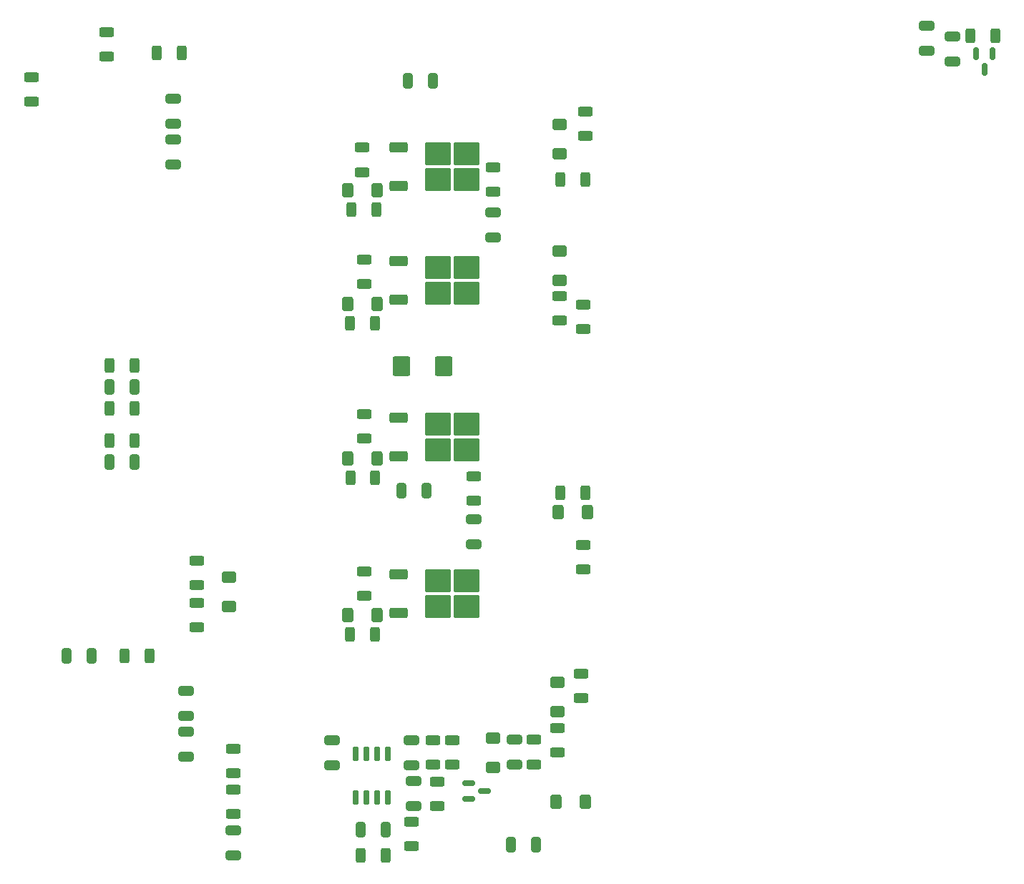
<source format=gbr>
%TF.GenerationSoftware,KiCad,Pcbnew,7.0.2*%
%TF.CreationDate,2023-05-30T11:19:59+02:00*%
%TF.ProjectId,Module_1,4d6f6475-6c65-45f3-912e-6b696361645f,rev?*%
%TF.SameCoordinates,Original*%
%TF.FileFunction,Paste,Bot*%
%TF.FilePolarity,Positive*%
%FSLAX46Y46*%
G04 Gerber Fmt 4.6, Leading zero omitted, Abs format (unit mm)*
G04 Created by KiCad (PCBNEW 7.0.2) date 2023-05-30 11:19:59*
%MOMM*%
%LPD*%
G01*
G04 APERTURE LIST*
G04 Aperture macros list*
%AMRoundRect*
0 Rectangle with rounded corners*
0 $1 Rounding radius*
0 $2 $3 $4 $5 $6 $7 $8 $9 X,Y pos of 4 corners*
0 Add a 4 corners polygon primitive as box body*
4,1,4,$2,$3,$4,$5,$6,$7,$8,$9,$2,$3,0*
0 Add four circle primitives for the rounded corners*
1,1,$1+$1,$2,$3*
1,1,$1+$1,$4,$5*
1,1,$1+$1,$6,$7*
1,1,$1+$1,$8,$9*
0 Add four rect primitives between the rounded corners*
20,1,$1+$1,$2,$3,$4,$5,0*
20,1,$1+$1,$4,$5,$6,$7,0*
20,1,$1+$1,$6,$7,$8,$9,0*
20,1,$1+$1,$8,$9,$2,$3,0*%
G04 Aperture macros list end*
%ADD10RoundRect,0.250000X-0.312500X-0.625000X0.312500X-0.625000X0.312500X0.625000X-0.312500X0.625000X0*%
%ADD11RoundRect,0.250000X-0.600000X0.400000X-0.600000X-0.400000X0.600000X-0.400000X0.600000X0.400000X0*%
%ADD12RoundRect,0.250000X-0.625000X0.312500X-0.625000X-0.312500X0.625000X-0.312500X0.625000X0.312500X0*%
%ADD13RoundRect,0.250000X0.650000X-0.325000X0.650000X0.325000X-0.650000X0.325000X-0.650000X-0.325000X0*%
%ADD14RoundRect,0.250000X-0.850000X-0.350000X0.850000X-0.350000X0.850000X0.350000X-0.850000X0.350000X0*%
%ADD15RoundRect,0.250000X-1.275000X-1.125000X1.275000X-1.125000X1.275000X1.125000X-1.275000X1.125000X0*%
%ADD16RoundRect,0.250000X0.625000X-0.312500X0.625000X0.312500X-0.625000X0.312500X-0.625000X-0.312500X0*%
%ADD17RoundRect,0.250000X0.312500X0.625000X-0.312500X0.625000X-0.312500X-0.625000X0.312500X-0.625000X0*%
%ADD18RoundRect,0.250000X-0.400000X-0.600000X0.400000X-0.600000X0.400000X0.600000X-0.400000X0.600000X0*%
%ADD19RoundRect,0.250000X-0.650000X0.325000X-0.650000X-0.325000X0.650000X-0.325000X0.650000X0.325000X0*%
%ADD20RoundRect,0.250000X-0.325000X-0.650000X0.325000X-0.650000X0.325000X0.650000X-0.325000X0.650000X0*%
%ADD21RoundRect,0.150000X-0.150000X0.587500X-0.150000X-0.587500X0.150000X-0.587500X0.150000X0.587500X0*%
%ADD22RoundRect,0.250000X0.600000X-0.400000X0.600000X0.400000X-0.600000X0.400000X-0.600000X-0.400000X0*%
%ADD23RoundRect,0.250000X0.325000X0.650000X-0.325000X0.650000X-0.325000X-0.650000X0.325000X-0.650000X0*%
%ADD24RoundRect,0.250000X-0.787500X-0.925000X0.787500X-0.925000X0.787500X0.925000X-0.787500X0.925000X0*%
%ADD25RoundRect,0.250000X0.400000X0.600000X-0.400000X0.600000X-0.400000X-0.600000X0.400000X-0.600000X0*%
%ADD26RoundRect,0.150000X0.150000X-0.725000X0.150000X0.725000X-0.150000X0.725000X-0.150000X-0.725000X0*%
%ADD27RoundRect,0.150000X-0.587500X-0.150000X0.587500X-0.150000X0.587500X0.150000X-0.587500X0.150000X0*%
G04 APERTURE END LIST*
D10*
%TO.C,R4*%
X73975500Y-110998000D03*
X76900500Y-110998000D03*
%TD*%
D11*
%TO.C,D14*%
X125476000Y-48034000D03*
X125476000Y-51534000D03*
%TD*%
D12*
%TO.C,R19*%
X102108000Y-50800000D03*
X102108000Y-53725000D03*
%TD*%
D13*
%TO.C,C8*%
X81280000Y-122936000D03*
X81280000Y-119986000D03*
%TD*%
D14*
%TO.C,Q4*%
X106426000Y-105912000D03*
D15*
X111051000Y-102107000D03*
X111051000Y-105157000D03*
X114401000Y-102107000D03*
X114401000Y-105157000D03*
D14*
X106426000Y-101352000D03*
%TD*%
D16*
%TO.C,R12*%
X122428000Y-123829000D03*
X122428000Y-120904000D03*
%TD*%
%TO.C,R35*%
X128270000Y-100776500D03*
X128270000Y-97851500D03*
%TD*%
D17*
%TO.C,R29*%
X128462500Y-91694000D03*
X125537500Y-91694000D03*
%TD*%
D16*
%TO.C,R1*%
X86868000Y-129732500D03*
X86868000Y-126807500D03*
%TD*%
D18*
%TO.C,D9*%
X100358000Y-69342000D03*
X103858000Y-69342000D03*
%TD*%
D19*
%TO.C,C12*%
X168844000Y-36371000D03*
X168844000Y-39321000D03*
%TD*%
D14*
%TO.C,Q1*%
X106426000Y-55365000D03*
D15*
X111051000Y-51560000D03*
X111051000Y-54610000D03*
X114401000Y-51560000D03*
X114401000Y-54610000D03*
D14*
X106426000Y-50805000D03*
%TD*%
D16*
%TO.C,R2*%
X82550000Y-107634500D03*
X82550000Y-104709500D03*
%TD*%
D19*
%TO.C,C5*%
X81280000Y-115160000D03*
X81280000Y-118110000D03*
%TD*%
D17*
%TO.C,R9*%
X176972000Y-37592000D03*
X174047000Y-37592000D03*
%TD*%
D19*
%TO.C,C22*%
X115316000Y-94791000D03*
X115316000Y-97741000D03*
%TD*%
D20*
%TO.C,C10*%
X72185000Y-88060000D03*
X75135000Y-88060000D03*
%TD*%
D19*
%TO.C,C7*%
X86868000Y-131621000D03*
X86868000Y-134571000D03*
%TD*%
D16*
%TO.C,R15*%
X110490000Y-123890500D03*
X110490000Y-120965500D03*
%TD*%
D19*
%TO.C,C1*%
X79756000Y-45007000D03*
X79756000Y-47957000D03*
%TD*%
D17*
%TO.C,R26*%
X103570500Y-108458000D03*
X100645500Y-108458000D03*
%TD*%
D16*
%TO.C,R32*%
X128270000Y-72328500D03*
X128270000Y-69403500D03*
%TD*%
D20*
%TO.C,C18*%
X101903000Y-131572000D03*
X104853000Y-131572000D03*
%TD*%
D21*
%TO.C,U3*%
X174752000Y-39702500D03*
X176652000Y-39702500D03*
X175702000Y-41577500D03*
%TD*%
D22*
%TO.C,D15*%
X125476000Y-66520000D03*
X125476000Y-63020000D03*
%TD*%
D20*
%TO.C,C9*%
X67105000Y-110998000D03*
X70055000Y-110998000D03*
%TD*%
D17*
%TO.C,R25*%
X103632000Y-89916000D03*
X100707000Y-89916000D03*
%TD*%
%TO.C,R13*%
X104840500Y-134620000D03*
X101915500Y-134620000D03*
%TD*%
D16*
%TO.C,R20*%
X102362000Y-66994500D03*
X102362000Y-64069500D03*
%TD*%
D12*
%TO.C,R18*%
X86868000Y-121981500D03*
X86868000Y-124906500D03*
%TD*%
D22*
%TO.C,D5*%
X117602000Y-124178000D03*
X117602000Y-120678000D03*
%TD*%
%TO.C,D1*%
X86360000Y-105128000D03*
X86360000Y-101628000D03*
%TD*%
D19*
%TO.C,C29*%
X171892000Y-37641000D03*
X171892000Y-40591000D03*
%TD*%
D23*
%TO.C,C14*%
X122633000Y-133350000D03*
X119683000Y-133350000D03*
%TD*%
D10*
%TO.C,R5*%
X77785500Y-39624000D03*
X80710500Y-39624000D03*
%TD*%
D19*
%TO.C,C16*%
X107950000Y-120953000D03*
X107950000Y-123903000D03*
%TD*%
D16*
%TO.C,R27*%
X117602000Y-56072500D03*
X117602000Y-53147500D03*
%TD*%
D24*
%TO.C,C4*%
X106757500Y-76708000D03*
X111682500Y-76708000D03*
%TD*%
D14*
%TO.C,Q2*%
X106426000Y-68827000D03*
D15*
X111051000Y-65022000D03*
X111051000Y-68072000D03*
X114401000Y-65022000D03*
X114401000Y-68072000D03*
D14*
X106426000Y-64267000D03*
%TD*%
D18*
%TO.C,D11*%
X100358000Y-106172000D03*
X103858000Y-106172000D03*
%TD*%
D20*
%TO.C,C11*%
X72185000Y-79170000D03*
X75135000Y-79170000D03*
%TD*%
D10*
%TO.C,R10*%
X72197500Y-81710000D03*
X75122500Y-81710000D03*
%TD*%
D17*
%TO.C,R24*%
X103570500Y-71628000D03*
X100645500Y-71628000D03*
%TD*%
D16*
%TO.C,R22*%
X102362000Y-103886000D03*
X102362000Y-100961000D03*
%TD*%
D25*
%TO.C,D6*%
X128496000Y-128270000D03*
X124996000Y-128270000D03*
%TD*%
D16*
%TO.C,R7*%
X62992000Y-45404500D03*
X62992000Y-42479500D03*
%TD*%
D12*
%TO.C,R21*%
X102362000Y-82357500D03*
X102362000Y-85282500D03*
%TD*%
D19*
%TO.C,C13*%
X120142000Y-120904000D03*
X120142000Y-123854000D03*
%TD*%
D16*
%TO.C,R34*%
X125476000Y-71312500D03*
X125476000Y-68387500D03*
%TD*%
D12*
%TO.C,R16*%
X107950000Y-130617500D03*
X107950000Y-133542500D03*
%TD*%
D19*
%TO.C,C21*%
X117602000Y-58469000D03*
X117602000Y-61419000D03*
%TD*%
%TO.C,C17*%
X108204000Y-125779000D03*
X108204000Y-128729000D03*
%TD*%
D22*
%TO.C,D13*%
X125222000Y-117574000D03*
X125222000Y-114074000D03*
%TD*%
D17*
%TO.C,R8*%
X75122500Y-85520000D03*
X72197500Y-85520000D03*
%TD*%
D16*
%TO.C,R3*%
X82550000Y-102616000D03*
X82550000Y-99691000D03*
%TD*%
D14*
%TO.C,Q3*%
X106426000Y-87370000D03*
D15*
X111051000Y-83565000D03*
X111051000Y-86615000D03*
X114401000Y-83565000D03*
X114401000Y-86615000D03*
D14*
X106426000Y-82810000D03*
%TD*%
D16*
%TO.C,R31*%
X128524000Y-49468500D03*
X128524000Y-46543500D03*
%TD*%
%TO.C,R36*%
X125222000Y-122428000D03*
X125222000Y-119503000D03*
%TD*%
D26*
%TO.C,U5*%
X105156000Y-127741000D03*
X103886000Y-127741000D03*
X102616000Y-127741000D03*
X101346000Y-127741000D03*
X101346000Y-122591000D03*
X102616000Y-122591000D03*
X103886000Y-122591000D03*
X105156000Y-122591000D03*
%TD*%
D23*
%TO.C,C20*%
X109679000Y-91440000D03*
X106729000Y-91440000D03*
%TD*%
D17*
%TO.C,R11*%
X75122500Y-76630000D03*
X72197500Y-76630000D03*
%TD*%
D18*
%TO.C,D10*%
X100358000Y-87630000D03*
X103858000Y-87630000D03*
%TD*%
D12*
%TO.C,R30*%
X128016000Y-113091500D03*
X128016000Y-116016500D03*
%TD*%
D17*
%TO.C,R23*%
X103763000Y-58166000D03*
X100838000Y-58166000D03*
%TD*%
D12*
%TO.C,R17*%
X110998000Y-125853000D03*
X110998000Y-128778000D03*
%TD*%
D17*
%TO.C,R33*%
X128462500Y-54610000D03*
X125537500Y-54610000D03*
%TD*%
D27*
%TO.C,U4*%
X114711000Y-127950000D03*
X114711000Y-126050000D03*
X116586000Y-127000000D03*
%TD*%
D18*
%TO.C,D8*%
X100358000Y-55880000D03*
X103858000Y-55880000D03*
%TD*%
D16*
%TO.C,R28*%
X115316000Y-92648500D03*
X115316000Y-89723500D03*
%TD*%
%TO.C,R6*%
X71882000Y-40070500D03*
X71882000Y-37145500D03*
%TD*%
D19*
%TO.C,C15*%
X98552000Y-120953000D03*
X98552000Y-123903000D03*
%TD*%
D13*
%TO.C,C2*%
X79756000Y-52783000D03*
X79756000Y-49833000D03*
%TD*%
D12*
%TO.C,R14*%
X112776000Y-120965500D03*
X112776000Y-123890500D03*
%TD*%
D18*
%TO.C,D12*%
X125250000Y-93980000D03*
X128750000Y-93980000D03*
%TD*%
D23*
%TO.C,C19*%
X110441000Y-42926000D03*
X107491000Y-42926000D03*
%TD*%
M02*

</source>
